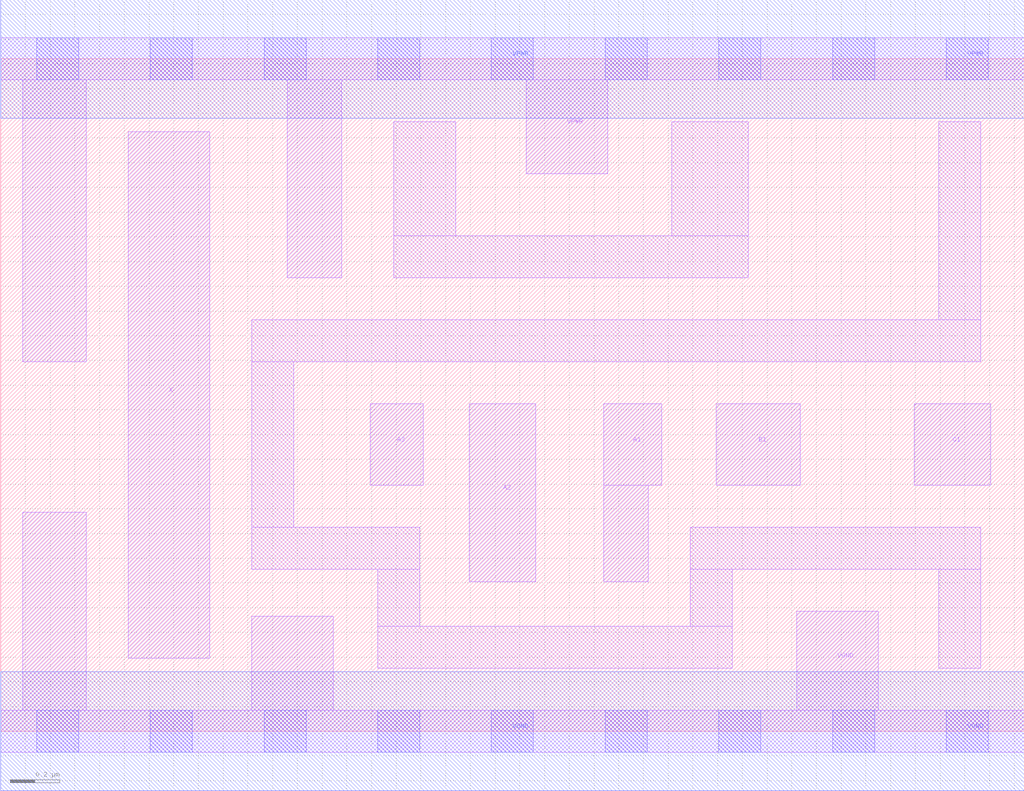
<source format=lef>
# Copyright 2020 The SkyWater PDK Authors
#
# Licensed under the Apache License, Version 2.0 (the "License");
# you may not use this file except in compliance with the License.
# You may obtain a copy of the License at
#
#     https://www.apache.org/licenses/LICENSE-2.0
#
# Unless required by applicable law or agreed to in writing, software
# distributed under the License is distributed on an "AS IS" BASIS,
# WITHOUT WARRANTIES OR CONDITIONS OF ANY KIND, either express or implied.
# See the License for the specific language governing permissions and
# limitations under the License.
#
# SPDX-License-Identifier: Apache-2.0

VERSION 5.7 ;
  NAMESCASESENSITIVE ON ;
  NOWIREEXTENSIONATPIN ON ;
  DIVIDERCHAR "/" ;
  BUSBITCHARS "[]" ;
UNITS
  DATABASE MICRONS 200 ;
END UNITS
MACRO sky130_fd_sc_hd__a311o_2
  CLASS CORE ;
  SOURCE USER ;
  FOREIGN sky130_fd_sc_hd__a311o_2 ;
  ORIGIN  0.000000  0.000000 ;
  SIZE  4.140000 BY  2.720000 ;
  SYMMETRY X Y R90 ;
  SITE unithd ;
  PIN A1
    ANTENNAGATEAREA  0.247500 ;
    DIRECTION INPUT ;
    USE SIGNAL ;
    PORT
      LAYER li1 ;
        RECT 2.440000 0.605000 2.620000 0.995000 ;
        RECT 2.440000 0.995000 2.675000 1.325000 ;
    END
  END A1
  PIN A2
    ANTENNAGATEAREA  0.247500 ;
    DIRECTION INPUT ;
    USE SIGNAL ;
    PORT
      LAYER li1 ;
        RECT 1.895000 0.605000 2.165000 1.325000 ;
    END
  END A2
  PIN A3
    ANTENNAGATEAREA  0.247500 ;
    DIRECTION INPUT ;
    USE SIGNAL ;
    PORT
      LAYER li1 ;
        RECT 1.495000 0.995000 1.710000 1.325000 ;
    END
  END A3
  PIN B1
    ANTENNAGATEAREA  0.247500 ;
    DIRECTION INPUT ;
    USE SIGNAL ;
    PORT
      LAYER li1 ;
        RECT 2.895000 0.995000 3.235000 1.325000 ;
    END
  END B1
  PIN C1
    ANTENNAGATEAREA  0.247500 ;
    DIRECTION INPUT ;
    USE SIGNAL ;
    PORT
      LAYER li1 ;
        RECT 3.695000 0.995000 4.005000 1.325000 ;
    END
  END C1
  PIN X
    ANTENNADIFFAREA  0.445500 ;
    DIRECTION OUTPUT ;
    USE SIGNAL ;
    PORT
      LAYER li1 ;
        RECT 0.515000 0.295000 0.845000 2.425000 ;
    END
  END X
  PIN VGND
    DIRECTION INOUT ;
    SHAPE ABUTMENT ;
    USE GROUND ;
    PORT
      LAYER li1 ;
        RECT 0.000000 -0.085000 4.140000 0.085000 ;
        RECT 0.090000  0.085000 0.345000 0.885000 ;
        RECT 1.015000  0.085000 1.345000 0.465000 ;
        RECT 3.220000  0.085000 3.550000 0.485000 ;
      LAYER mcon ;
        RECT 0.145000 -0.085000 0.315000 0.085000 ;
        RECT 0.605000 -0.085000 0.775000 0.085000 ;
        RECT 1.065000 -0.085000 1.235000 0.085000 ;
        RECT 1.525000 -0.085000 1.695000 0.085000 ;
        RECT 1.985000 -0.085000 2.155000 0.085000 ;
        RECT 2.445000 -0.085000 2.615000 0.085000 ;
        RECT 2.905000 -0.085000 3.075000 0.085000 ;
        RECT 3.365000 -0.085000 3.535000 0.085000 ;
        RECT 3.825000 -0.085000 3.995000 0.085000 ;
      LAYER met1 ;
        RECT 0.000000 -0.240000 4.140000 0.240000 ;
    END
  END VGND
  PIN VPWR
    DIRECTION INOUT ;
    SHAPE ABUTMENT ;
    USE POWER ;
    PORT
      LAYER li1 ;
        RECT 0.000000 2.635000 4.140000 2.805000 ;
        RECT 0.090000 1.495000 0.345000 2.635000 ;
        RECT 1.160000 1.835000 1.380000 2.635000 ;
        RECT 2.125000 2.255000 2.455000 2.635000 ;
      LAYER mcon ;
        RECT 0.145000 2.635000 0.315000 2.805000 ;
        RECT 0.605000 2.635000 0.775000 2.805000 ;
        RECT 1.065000 2.635000 1.235000 2.805000 ;
        RECT 1.525000 2.635000 1.695000 2.805000 ;
        RECT 1.985000 2.635000 2.155000 2.805000 ;
        RECT 2.445000 2.635000 2.615000 2.805000 ;
        RECT 2.905000 2.635000 3.075000 2.805000 ;
        RECT 3.365000 2.635000 3.535000 2.805000 ;
        RECT 3.825000 2.635000 3.995000 2.805000 ;
      LAYER met1 ;
        RECT 0.000000 2.480000 4.140000 2.960000 ;
    END
  END VPWR
  OBS
    LAYER li1 ;
      RECT 1.015000 0.655000 1.695000 0.825000 ;
      RECT 1.015000 0.825000 1.185000 1.495000 ;
      RECT 1.015000 1.495000 3.965000 1.665000 ;
      RECT 1.525000 0.255000 2.960000 0.425000 ;
      RECT 1.525000 0.425000 1.695000 0.655000 ;
      RECT 1.590000 1.835000 3.025000 2.005000 ;
      RECT 1.590000 2.005000 1.840000 2.465000 ;
      RECT 2.715000 2.005000 3.025000 2.465000 ;
      RECT 2.790000 0.425000 2.960000 0.655000 ;
      RECT 2.790000 0.655000 3.965000 0.825000 ;
      RECT 3.795000 0.255000 3.965000 0.655000 ;
      RECT 3.795000 1.665000 3.965000 2.465000 ;
  END
END sky130_fd_sc_hd__a311o_2

</source>
